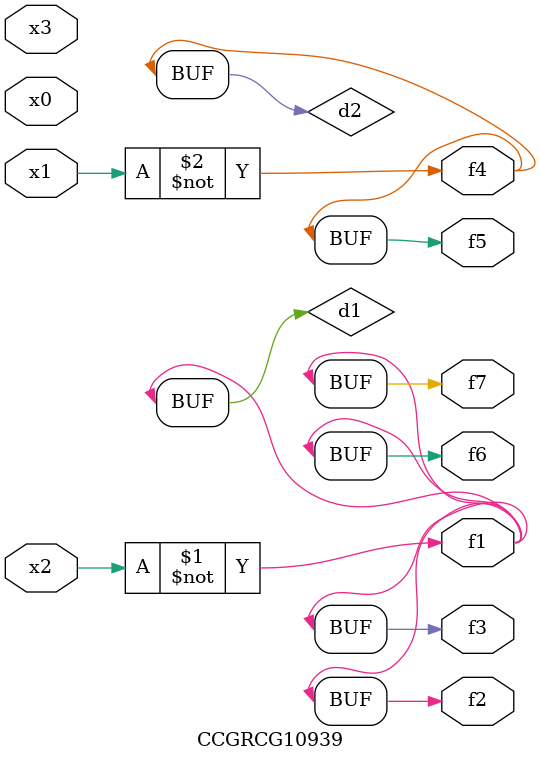
<source format=v>
module CCGRCG10939(
	input x0, x1, x2, x3,
	output f1, f2, f3, f4, f5, f6, f7
);

	wire d1, d2;

	xnor (d1, x2);
	not (d2, x1);
	assign f1 = d1;
	assign f2 = d1;
	assign f3 = d1;
	assign f4 = d2;
	assign f5 = d2;
	assign f6 = d1;
	assign f7 = d1;
endmodule

</source>
